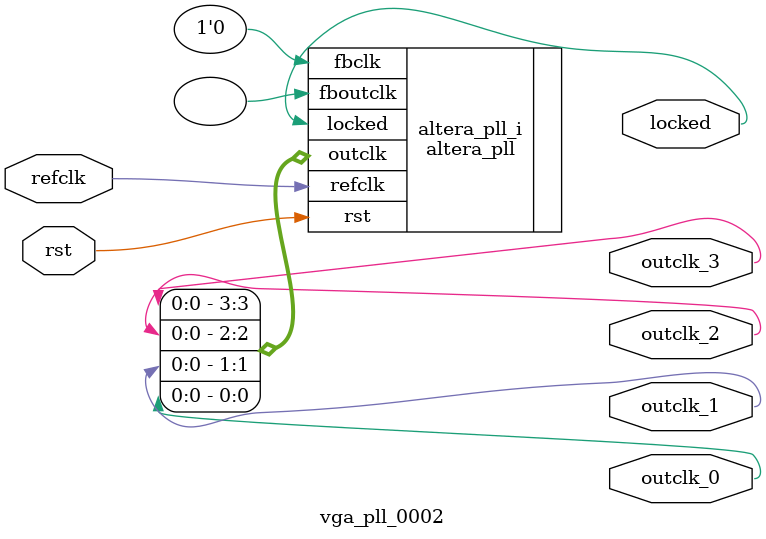
<source format=v>
`timescale 1ns/10ps
module  vga_pll_0002(

	// interface 'refclk'
	input wire refclk,

	// interface 'reset'
	input wire rst,

	// interface 'outclk0'
	output wire outclk_0,

	// interface 'outclk1'
	output wire outclk_1,

	// interface 'outclk2'
	output wire outclk_2,

	// interface 'outclk3'
	output wire outclk_3,

	// interface 'locked'
	output wire locked
);

	altera_pll #(
		.fractional_vco_multiplier("false"),
		.reference_clock_frequency("50.0 MHz"),
		.operation_mode("direct"),
		.number_of_clocks(4),
		.output_clock_frequency0("65.000000 MHz"),
		.phase_shift0("0 ps"),
		.duty_cycle0(50),
		.output_clock_frequency1("120.000000 MHz"),
		.phase_shift1("0 ps"),
		.duty_cycle1(50),
		.output_clock_frequency2("120.000000 MHz"),
		.phase_shift2("6569 ps"),
		.duty_cycle2(50),
		.output_clock_frequency3("18.352941 MHz"),
		.phase_shift3("0 ps"),
		.duty_cycle3(50),
		.output_clock_frequency4("0 MHz"),
		.phase_shift4("0 ps"),
		.duty_cycle4(50),
		.output_clock_frequency5("0 MHz"),
		.phase_shift5("0 ps"),
		.duty_cycle5(50),
		.output_clock_frequency6("0 MHz"),
		.phase_shift6("0 ps"),
		.duty_cycle6(50),
		.output_clock_frequency7("0 MHz"),
		.phase_shift7("0 ps"),
		.duty_cycle7(50),
		.output_clock_frequency8("0 MHz"),
		.phase_shift8("0 ps"),
		.duty_cycle8(50),
		.output_clock_frequency9("0 MHz"),
		.phase_shift9("0 ps"),
		.duty_cycle9(50),
		.output_clock_frequency10("0 MHz"),
		.phase_shift10("0 ps"),
		.duty_cycle10(50),
		.output_clock_frequency11("0 MHz"),
		.phase_shift11("0 ps"),
		.duty_cycle11(50),
		.output_clock_frequency12("0 MHz"),
		.phase_shift12("0 ps"),
		.duty_cycle12(50),
		.output_clock_frequency13("0 MHz"),
		.phase_shift13("0 ps"),
		.duty_cycle13(50),
		.output_clock_frequency14("0 MHz"),
		.phase_shift14("0 ps"),
		.duty_cycle14(50),
		.output_clock_frequency15("0 MHz"),
		.phase_shift15("0 ps"),
		.duty_cycle15(50),
		.output_clock_frequency16("0 MHz"),
		.phase_shift16("0 ps"),
		.duty_cycle16(50),
		.output_clock_frequency17("0 MHz"),
		.phase_shift17("0 ps"),
		.duty_cycle17(50),
		.pll_type("General"),
		.pll_subtype("General")
	) altera_pll_i (
		.rst	(rst),
		.outclk	({outclk_3, outclk_2, outclk_1, outclk_0}),
		.locked	(locked),
		.fboutclk	( ),
		.fbclk	(1'b0),
		.refclk	(refclk)
	);
endmodule


</source>
